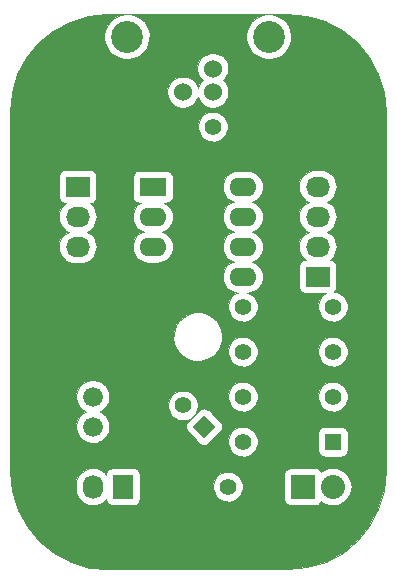
<source format=gbr>
G04 #@! TF.FileFunction,Copper,L2,Bot,Signal*
%FSLAX46Y46*%
G04 Gerber Fmt 4.6, Leading zero omitted, Abs format (unit mm)*
G04 Created by KiCad (PCBNEW (2015-02-23 BZR 5449)-product) date Venerdì 13 Marzo 2015 10:16:28*
%MOMM*%
G01*
G04 APERTURE LIST*
%ADD10C,0.020000*%
%ADD11C,1.397000*%
%ADD12C,1.524000*%
%ADD13C,2.700020*%
%ADD14R,2.032000X2.032000*%
%ADD15O,2.032000X2.032000*%
%ADD16R,1.397000X1.397000*%
%ADD17R,2.286000X1.574800*%
%ADD18O,2.286000X1.574800*%
%ADD19C,1.676400*%
%ADD20R,2.032000X1.727200*%
%ADD21O,2.032000X1.727200*%
%ADD22R,1.727200X2.032000*%
%ADD23O,1.727200X2.032000*%
%ADD24C,0.100000*%
G04 APERTURE END LIST*
D10*
D11*
X195580000Y-48260000D03*
X193040000Y-48260000D03*
D12*
X193040000Y-45339000D03*
X195580000Y-45339000D03*
X195580000Y-43340020D03*
X193040000Y-43340020D03*
D13*
X188310520Y-40640000D03*
X200309480Y-40640000D03*
D11*
X196850000Y-78740000D03*
X194310000Y-78740000D03*
D14*
X203200000Y-78740000D03*
D15*
X205740000Y-78740000D03*
D11*
X205740000Y-63500000D03*
X198120000Y-63500000D03*
D16*
X205740000Y-74930000D03*
D11*
X198120000Y-74930000D03*
D17*
X190500000Y-53340000D03*
D18*
X190500000Y-55880000D03*
X190500000Y-58420000D03*
X190500000Y-60960000D03*
X198120000Y-60960000D03*
X198120000Y-58420000D03*
X198120000Y-55880000D03*
X198120000Y-53340000D03*
D19*
X185420000Y-71120000D03*
X185420000Y-73660000D03*
D20*
X184150000Y-53340000D03*
D21*
X184150000Y-55880000D03*
X184150000Y-58420000D03*
X184150000Y-60960000D03*
D20*
X204470000Y-60960000D03*
D21*
X204470000Y-58420000D03*
X204470000Y-55880000D03*
X204470000Y-53340000D03*
D22*
X187960000Y-78740000D03*
D23*
X185420000Y-78740000D03*
X182880000Y-78740000D03*
D10*
G36*
X193848223Y-73660000D02*
X194836051Y-72672172D01*
X195823879Y-73660000D01*
X194836051Y-74647828D01*
X193848223Y-73660000D01*
X193848223Y-73660000D01*
G37*
D11*
X193040000Y-71863949D03*
X191243949Y-73660000D03*
X205740000Y-67310000D03*
X198120000Y-67310000D03*
X198120000Y-71120000D03*
X205740000Y-71120000D03*
D24*
G36*
X210212000Y-77440265D02*
X210051410Y-79078081D01*
X209584395Y-80624912D01*
X208825825Y-82051575D01*
X207804596Y-83303725D01*
X207321578Y-83703312D01*
X207321578Y-78750989D01*
X207293736Y-78445062D01*
X207207003Y-78150369D01*
X207064683Y-77878135D01*
X206999200Y-77796690D01*
X206999200Y-75628500D01*
X206999200Y-74231500D01*
X206996554Y-74198947D01*
X206996554Y-70996794D01*
X206996554Y-67186794D01*
X206996554Y-63376794D01*
X206948692Y-63135074D01*
X206854792Y-62907255D01*
X206718429Y-62702012D01*
X206544799Y-62527165D01*
X206340514Y-62389373D01*
X206113355Y-62293885D01*
X205871976Y-62244337D01*
X205856303Y-62244227D01*
X205858088Y-62243046D01*
X205960029Y-62123068D01*
X206024597Y-61979479D01*
X206046700Y-61823600D01*
X206046700Y-60096400D01*
X206039340Y-60005852D01*
X205992354Y-59855589D01*
X205905446Y-59724312D01*
X205785468Y-59622371D01*
X205641879Y-59557803D01*
X205498404Y-59537458D01*
X205631724Y-59428726D01*
X205808576Y-59214949D01*
X205940537Y-58970892D01*
X206022580Y-58705852D01*
X206051581Y-58429925D01*
X206026436Y-58153619D01*
X205948101Y-57887459D01*
X205819560Y-57641584D01*
X205645710Y-57425359D01*
X205433173Y-57247019D01*
X205255925Y-57149575D01*
X205416717Y-57064081D01*
X205631724Y-56888726D01*
X205808576Y-56674949D01*
X205940537Y-56430892D01*
X206022580Y-56165852D01*
X206051581Y-55889925D01*
X206026436Y-55613619D01*
X205948101Y-55347459D01*
X205819560Y-55101584D01*
X205645710Y-54885359D01*
X205433173Y-54707019D01*
X205255925Y-54609575D01*
X205416717Y-54524081D01*
X205631724Y-54348726D01*
X205808576Y-54134949D01*
X205940537Y-53890892D01*
X206022580Y-53625852D01*
X206051581Y-53349925D01*
X206026436Y-53073619D01*
X205948101Y-52807459D01*
X205819560Y-52561584D01*
X205645710Y-52345359D01*
X205433173Y-52167019D01*
X205190044Y-52033357D01*
X204925583Y-51949465D01*
X204649865Y-51918539D01*
X204630016Y-51918400D01*
X204309984Y-51918400D01*
X204033860Y-51945474D01*
X203768254Y-52025665D01*
X203523283Y-52155919D01*
X203308276Y-52331274D01*
X203131424Y-52545051D01*
X202999463Y-52789108D01*
X202917420Y-53054148D01*
X202888419Y-53330075D01*
X202913564Y-53606381D01*
X202991899Y-53872541D01*
X203120440Y-54118416D01*
X203294290Y-54334641D01*
X203506827Y-54512981D01*
X203684074Y-54610424D01*
X203523283Y-54695919D01*
X203308276Y-54871274D01*
X203131424Y-55085051D01*
X202999463Y-55329108D01*
X202917420Y-55594148D01*
X202888419Y-55870075D01*
X202913564Y-56146381D01*
X202991899Y-56412541D01*
X203120440Y-56658416D01*
X203294290Y-56874641D01*
X203506827Y-57052981D01*
X203684074Y-57150424D01*
X203523283Y-57235919D01*
X203308276Y-57411274D01*
X203131424Y-57625051D01*
X202999463Y-57869108D01*
X202917420Y-58134148D01*
X202888419Y-58410075D01*
X202913564Y-58686381D01*
X202991899Y-58952541D01*
X203120440Y-59198416D01*
X203294290Y-59414641D01*
X203439925Y-59536844D01*
X203363452Y-59543060D01*
X203213189Y-59590046D01*
X203081912Y-59676954D01*
X202979971Y-59796932D01*
X202915403Y-59940521D01*
X202893300Y-60096400D01*
X202893300Y-61823600D01*
X202900660Y-61914148D01*
X202947646Y-62064411D01*
X203034554Y-62195688D01*
X203154532Y-62297629D01*
X203298121Y-62362197D01*
X203454000Y-62384300D01*
X205150157Y-62384300D01*
X204948863Y-62516023D01*
X204772808Y-62688429D01*
X204633593Y-62891747D01*
X204536521Y-63118234D01*
X204485289Y-63359262D01*
X204481848Y-63605650D01*
X204526330Y-63848014D01*
X204617041Y-64077123D01*
X204750524Y-64284249D01*
X204921697Y-64461503D01*
X205124038Y-64602134D01*
X205349841Y-64700785D01*
X205590506Y-64753698D01*
X205836864Y-64758859D01*
X206079533Y-64716070D01*
X206309269Y-64626961D01*
X206517322Y-64494927D01*
X206695767Y-64324996D01*
X206837807Y-64123641D01*
X206938032Y-63898532D01*
X206992624Y-63658243D01*
X206996554Y-63376794D01*
X206996554Y-67186794D01*
X206948692Y-66945074D01*
X206854792Y-66717255D01*
X206718429Y-66512012D01*
X206544799Y-66337165D01*
X206340514Y-66199373D01*
X206113355Y-66103885D01*
X205871976Y-66054337D01*
X205625569Y-66052616D01*
X205383521Y-66098789D01*
X205155052Y-66191097D01*
X204948863Y-66326023D01*
X204772808Y-66498429D01*
X204633593Y-66701747D01*
X204536521Y-66928234D01*
X204485289Y-67169262D01*
X204481848Y-67415650D01*
X204526330Y-67658014D01*
X204617041Y-67887123D01*
X204750524Y-68094249D01*
X204921697Y-68271503D01*
X205124038Y-68412134D01*
X205349841Y-68510785D01*
X205590506Y-68563698D01*
X205836864Y-68568859D01*
X206079533Y-68526070D01*
X206309269Y-68436961D01*
X206517322Y-68304927D01*
X206695767Y-68134996D01*
X206837807Y-67933641D01*
X206938032Y-67708532D01*
X206992624Y-67468243D01*
X206996554Y-67186794D01*
X206996554Y-70996794D01*
X206948692Y-70755074D01*
X206854792Y-70527255D01*
X206718429Y-70322012D01*
X206544799Y-70147165D01*
X206340514Y-70009373D01*
X206113355Y-69913885D01*
X205871976Y-69864337D01*
X205625569Y-69862616D01*
X205383521Y-69908789D01*
X205155052Y-70001097D01*
X204948863Y-70136023D01*
X204772808Y-70308429D01*
X204633593Y-70511747D01*
X204536521Y-70738234D01*
X204485289Y-70979262D01*
X204481848Y-71225650D01*
X204526330Y-71468014D01*
X204617041Y-71697123D01*
X204750524Y-71904249D01*
X204921697Y-72081503D01*
X205124038Y-72222134D01*
X205349841Y-72320785D01*
X205590506Y-72373698D01*
X205836864Y-72378859D01*
X206079533Y-72336070D01*
X206309269Y-72246961D01*
X206517322Y-72114927D01*
X206695767Y-71944996D01*
X206837807Y-71743641D01*
X206938032Y-71518532D01*
X206992624Y-71278243D01*
X206996554Y-70996794D01*
X206996554Y-74198947D01*
X206991840Y-74140952D01*
X206944854Y-73990689D01*
X206857946Y-73859412D01*
X206737968Y-73757471D01*
X206594379Y-73692903D01*
X206438500Y-73670800D01*
X205041500Y-73670800D01*
X204950952Y-73678160D01*
X204800689Y-73725146D01*
X204669412Y-73812054D01*
X204567471Y-73932032D01*
X204502903Y-74075621D01*
X204480800Y-74231500D01*
X204480800Y-75628500D01*
X204488160Y-75719048D01*
X204535146Y-75869311D01*
X204622054Y-76000588D01*
X204742032Y-76102529D01*
X204885621Y-76167097D01*
X205041500Y-76189200D01*
X206438500Y-76189200D01*
X206529048Y-76181840D01*
X206679311Y-76134854D01*
X206810588Y-76047946D01*
X206912529Y-75927968D01*
X206977097Y-75784379D01*
X206999200Y-75628500D01*
X206999200Y-77796690D01*
X206872196Y-77638730D01*
X206636874Y-77441271D01*
X206367681Y-77293281D01*
X206074869Y-77200396D01*
X205769592Y-77166153D01*
X205747616Y-77166000D01*
X205732384Y-77166000D01*
X205426659Y-77195977D01*
X205132579Y-77284765D01*
X204861346Y-77428982D01*
X204737091Y-77530321D01*
X204722354Y-77483189D01*
X204635446Y-77351912D01*
X204515468Y-77249971D01*
X204371879Y-77185403D01*
X204216000Y-77163300D01*
X202217572Y-77163300D01*
X202217572Y-40452910D01*
X202144893Y-40085856D01*
X202002304Y-39739909D01*
X201795236Y-39428247D01*
X201531576Y-39162740D01*
X201221367Y-38953501D01*
X200876424Y-38808500D01*
X200509886Y-38733261D01*
X200135715Y-38730649D01*
X199768163Y-38800763D01*
X199421229Y-38940933D01*
X199108129Y-39145821D01*
X198840787Y-39407621D01*
X198629388Y-39716362D01*
X198481983Y-40060284D01*
X198404186Y-40426287D01*
X198398962Y-40800431D01*
X198466509Y-41168464D01*
X198604254Y-41516367D01*
X198806950Y-41830891D01*
X199066877Y-42100053D01*
X199374135Y-42313603D01*
X199717020Y-42463405D01*
X200082471Y-42543755D01*
X200456569Y-42551591D01*
X200825064Y-42486616D01*
X201173921Y-42351303D01*
X201489852Y-42150807D01*
X201760823Y-41892765D01*
X201976512Y-41587006D01*
X202128705Y-41245176D01*
X202211604Y-40880294D01*
X202217572Y-40452910D01*
X202217572Y-77163300D01*
X202184000Y-77163300D01*
X202093452Y-77170660D01*
X201943189Y-77217646D01*
X201811912Y-77304554D01*
X201709971Y-77424532D01*
X201645403Y-77568121D01*
X201623300Y-77724000D01*
X201623300Y-79756000D01*
X201630660Y-79846548D01*
X201677646Y-79996811D01*
X201764554Y-80128088D01*
X201884532Y-80230029D01*
X202028121Y-80294597D01*
X202184000Y-80316700D01*
X204216000Y-80316700D01*
X204306548Y-80309340D01*
X204456811Y-80262354D01*
X204588088Y-80175446D01*
X204690029Y-80055468D01*
X204737435Y-79950043D01*
X204843126Y-80038729D01*
X205112319Y-80186719D01*
X205405131Y-80279604D01*
X205710408Y-80313847D01*
X205732384Y-80314000D01*
X205747616Y-80314000D01*
X206053341Y-80284023D01*
X206347421Y-80195235D01*
X206618654Y-80051018D01*
X206856710Y-79856864D01*
X207052521Y-79620170D01*
X207198629Y-79349950D01*
X207289467Y-79056497D01*
X207321578Y-78750989D01*
X207321578Y-83703312D01*
X206559604Y-84333672D01*
X205138276Y-85102181D01*
X203594740Y-85579986D01*
X201959139Y-85751894D01*
X201929018Y-85752000D01*
X199829197Y-85752000D01*
X199829197Y-60969393D01*
X199805399Y-60707897D01*
X199731263Y-60456004D01*
X199609613Y-60223308D01*
X199445082Y-60018673D01*
X199243937Y-59849892D01*
X199013839Y-59723395D01*
X198909275Y-59690225D01*
X198996522Y-59663884D01*
X199228363Y-59540612D01*
X199431845Y-59374656D01*
X199599217Y-59172338D01*
X199724105Y-58941363D01*
X199801751Y-58690530D01*
X199829197Y-58429393D01*
X199805399Y-58167897D01*
X199731263Y-57916004D01*
X199609613Y-57683308D01*
X199445082Y-57478673D01*
X199243937Y-57309892D01*
X199013839Y-57183395D01*
X198909275Y-57150225D01*
X198996522Y-57123884D01*
X199228363Y-57000612D01*
X199431845Y-56834656D01*
X199599217Y-56632338D01*
X199724105Y-56401363D01*
X199801751Y-56150530D01*
X199829197Y-55889393D01*
X199805399Y-55627897D01*
X199731263Y-55376004D01*
X199609613Y-55143308D01*
X199445082Y-54938673D01*
X199243937Y-54769892D01*
X199013839Y-54643395D01*
X198909275Y-54610225D01*
X198996522Y-54583884D01*
X199228363Y-54460612D01*
X199431845Y-54294656D01*
X199599217Y-54092338D01*
X199724105Y-53861363D01*
X199801751Y-53610530D01*
X199829197Y-53349393D01*
X199805399Y-53087897D01*
X199731263Y-52836004D01*
X199609613Y-52603308D01*
X199445082Y-52398673D01*
X199243937Y-52229892D01*
X199013839Y-52103395D01*
X198763554Y-52024000D01*
X198502615Y-51994731D01*
X198483830Y-51994600D01*
X197756170Y-51994600D01*
X197494847Y-52020223D01*
X197243478Y-52096116D01*
X197011637Y-52219388D01*
X196900057Y-52310390D01*
X196900057Y-45209567D01*
X196849776Y-44955632D01*
X196751130Y-44716299D01*
X196607876Y-44500685D01*
X196446262Y-44337938D01*
X196584068Y-44206709D01*
X196733287Y-43995178D01*
X196838577Y-43758693D01*
X196895928Y-43506260D01*
X196900057Y-43210587D01*
X196849776Y-42956652D01*
X196751130Y-42717319D01*
X196607876Y-42501705D01*
X196425471Y-42318021D01*
X196210862Y-42173266D01*
X195972223Y-42072951D01*
X195718645Y-42020899D01*
X195459786Y-42019092D01*
X195205506Y-42067598D01*
X194965490Y-42164571D01*
X194748881Y-42306316D01*
X194563929Y-42487435D01*
X194417678Y-42701028D01*
X194315700Y-42938961D01*
X194261879Y-43192169D01*
X194258265Y-43451009D01*
X194304995Y-43705622D01*
X194400290Y-43946309D01*
X194540519Y-44163902D01*
X194711968Y-44341443D01*
X194563929Y-44486415D01*
X194417678Y-44700008D01*
X194315700Y-44937941D01*
X194310819Y-44960901D01*
X194309776Y-44955632D01*
X194211130Y-44716299D01*
X194067876Y-44500685D01*
X193885471Y-44317001D01*
X193670862Y-44172246D01*
X193432223Y-44071931D01*
X193178645Y-44019879D01*
X192919786Y-44018072D01*
X192665506Y-44066578D01*
X192425490Y-44163551D01*
X192208881Y-44305296D01*
X192023929Y-44486415D01*
X191877678Y-44700008D01*
X191775700Y-44937941D01*
X191721879Y-45191149D01*
X191718265Y-45449989D01*
X191764995Y-45704602D01*
X191860290Y-45945289D01*
X192000519Y-46162882D01*
X192180342Y-46349095D01*
X192392909Y-46496832D01*
X192630124Y-46600469D01*
X192882951Y-46656057D01*
X193141759Y-46661478D01*
X193396692Y-46616526D01*
X193638038Y-46522914D01*
X193856605Y-46384207D01*
X194044068Y-46205689D01*
X194193287Y-45994158D01*
X194298577Y-45757673D01*
X194308578Y-45713652D01*
X194400290Y-45945289D01*
X194540519Y-46162882D01*
X194720342Y-46349095D01*
X194932909Y-46496832D01*
X195170124Y-46600469D01*
X195422951Y-46656057D01*
X195681759Y-46661478D01*
X195936692Y-46616526D01*
X196178038Y-46522914D01*
X196396605Y-46384207D01*
X196584068Y-46205689D01*
X196733287Y-45994158D01*
X196838577Y-45757673D01*
X196895928Y-45505240D01*
X196900057Y-45209567D01*
X196900057Y-52310390D01*
X196836554Y-52362182D01*
X196836554Y-48136794D01*
X196788692Y-47895074D01*
X196694792Y-47667255D01*
X196558429Y-47462012D01*
X196384799Y-47287165D01*
X196180514Y-47149373D01*
X195953355Y-47053885D01*
X195711976Y-47004337D01*
X195465569Y-47002616D01*
X195223521Y-47048789D01*
X194995052Y-47141097D01*
X194788863Y-47276023D01*
X194612808Y-47448429D01*
X194473593Y-47651747D01*
X194376521Y-47878234D01*
X194325289Y-48119262D01*
X194321848Y-48365650D01*
X194366330Y-48608014D01*
X194457041Y-48837123D01*
X194590524Y-49044249D01*
X194761697Y-49221503D01*
X194964038Y-49362134D01*
X195189841Y-49460785D01*
X195430506Y-49513698D01*
X195676864Y-49518859D01*
X195919533Y-49476070D01*
X196149269Y-49386961D01*
X196357322Y-49254927D01*
X196535767Y-49084996D01*
X196677807Y-48883641D01*
X196778032Y-48658532D01*
X196832624Y-48418243D01*
X196836554Y-48136794D01*
X196836554Y-52362182D01*
X196808155Y-52385344D01*
X196640783Y-52587662D01*
X196515895Y-52818637D01*
X196438249Y-53069470D01*
X196410803Y-53330607D01*
X196434601Y-53592103D01*
X196508737Y-53843996D01*
X196630387Y-54076692D01*
X196794918Y-54281327D01*
X196996063Y-54450108D01*
X197226161Y-54576605D01*
X197330724Y-54609774D01*
X197243478Y-54636116D01*
X197011637Y-54759388D01*
X196808155Y-54925344D01*
X196640783Y-55127662D01*
X196515895Y-55358637D01*
X196438249Y-55609470D01*
X196410803Y-55870607D01*
X196434601Y-56132103D01*
X196508737Y-56383996D01*
X196630387Y-56616692D01*
X196794918Y-56821327D01*
X196996063Y-56990108D01*
X197226161Y-57116605D01*
X197330724Y-57149774D01*
X197243478Y-57176116D01*
X197011637Y-57299388D01*
X196808155Y-57465344D01*
X196640783Y-57667662D01*
X196515895Y-57898637D01*
X196438249Y-58149470D01*
X196410803Y-58410607D01*
X196434601Y-58672103D01*
X196508737Y-58923996D01*
X196630387Y-59156692D01*
X196794918Y-59361327D01*
X196996063Y-59530108D01*
X197226161Y-59656605D01*
X197330724Y-59689774D01*
X197243478Y-59716116D01*
X197011637Y-59839388D01*
X196808155Y-60005344D01*
X196640783Y-60207662D01*
X196515895Y-60438637D01*
X196438249Y-60689470D01*
X196410803Y-60950607D01*
X196434601Y-61212103D01*
X196508737Y-61463996D01*
X196630387Y-61696692D01*
X196794918Y-61901327D01*
X196996063Y-62070108D01*
X197226161Y-62196605D01*
X197476446Y-62276000D01*
X197725915Y-62303982D01*
X197535052Y-62381097D01*
X197328863Y-62516023D01*
X197152808Y-62688429D01*
X197013593Y-62891747D01*
X196916521Y-63118234D01*
X196865289Y-63359262D01*
X196861848Y-63605650D01*
X196906330Y-63848014D01*
X196997041Y-64077123D01*
X197130524Y-64284249D01*
X197301697Y-64461503D01*
X197504038Y-64602134D01*
X197729841Y-64700785D01*
X197970506Y-64753698D01*
X198216864Y-64758859D01*
X198459533Y-64716070D01*
X198689269Y-64626961D01*
X198897322Y-64494927D01*
X199075767Y-64324996D01*
X199217807Y-64123641D01*
X199318032Y-63898532D01*
X199372624Y-63658243D01*
X199376554Y-63376794D01*
X199328692Y-63135074D01*
X199234792Y-62907255D01*
X199098429Y-62702012D01*
X198924799Y-62527165D01*
X198720514Y-62389373D01*
X198513765Y-62302464D01*
X198745153Y-62279777D01*
X198996522Y-62203884D01*
X199228363Y-62080612D01*
X199431845Y-61914656D01*
X199599217Y-61712338D01*
X199724105Y-61481363D01*
X199801751Y-61230530D01*
X199829197Y-60969393D01*
X199829197Y-85752000D01*
X199376554Y-85752000D01*
X199376554Y-74806794D01*
X199376554Y-70996794D01*
X199376554Y-67186794D01*
X199328692Y-66945074D01*
X199234792Y-66717255D01*
X199098429Y-66512012D01*
X198924799Y-66337165D01*
X198720514Y-66199373D01*
X198493355Y-66103885D01*
X198251976Y-66054337D01*
X198005569Y-66052616D01*
X197763521Y-66098789D01*
X197535052Y-66191097D01*
X197328863Y-66326023D01*
X197152808Y-66498429D01*
X197013593Y-66701747D01*
X196916521Y-66928234D01*
X196865289Y-67169262D01*
X196861848Y-67415650D01*
X196906330Y-67658014D01*
X196997041Y-67887123D01*
X197130524Y-68094249D01*
X197301697Y-68271503D01*
X197504038Y-68412134D01*
X197729841Y-68510785D01*
X197970506Y-68563698D01*
X198216864Y-68568859D01*
X198459533Y-68526070D01*
X198689269Y-68436961D01*
X198897322Y-68304927D01*
X199075767Y-68134996D01*
X199217807Y-67933641D01*
X199318032Y-67708532D01*
X199372624Y-67468243D01*
X199376554Y-67186794D01*
X199376554Y-70996794D01*
X199328692Y-70755074D01*
X199234792Y-70527255D01*
X199098429Y-70322012D01*
X198924799Y-70147165D01*
X198720514Y-70009373D01*
X198493355Y-69913885D01*
X198251976Y-69864337D01*
X198005569Y-69862616D01*
X197763521Y-69908789D01*
X197535052Y-70001097D01*
X197328863Y-70136023D01*
X197152808Y-70308429D01*
X197013593Y-70511747D01*
X196916521Y-70738234D01*
X196865289Y-70979262D01*
X196861848Y-71225650D01*
X196906330Y-71468014D01*
X196997041Y-71697123D01*
X197130524Y-71904249D01*
X197301697Y-72081503D01*
X197504038Y-72222134D01*
X197729841Y-72320785D01*
X197970506Y-72373698D01*
X198216864Y-72378859D01*
X198459533Y-72336070D01*
X198689269Y-72246961D01*
X198897322Y-72114927D01*
X199075767Y-71944996D01*
X199217807Y-71743641D01*
X199318032Y-71518532D01*
X199372624Y-71278243D01*
X199376554Y-70996794D01*
X199376554Y-74806794D01*
X199328692Y-74565074D01*
X199234792Y-74337255D01*
X199098429Y-74132012D01*
X198924799Y-73957165D01*
X198720514Y-73819373D01*
X198493355Y-73723885D01*
X198251976Y-73674337D01*
X198005569Y-73672616D01*
X197763521Y-73718789D01*
X197535052Y-73811097D01*
X197328863Y-73946023D01*
X197152808Y-74118429D01*
X197013593Y-74321747D01*
X196916521Y-74548234D01*
X196865289Y-74789262D01*
X196861848Y-75035650D01*
X196906330Y-75278014D01*
X196997041Y-75507123D01*
X197130524Y-75714249D01*
X197301697Y-75891503D01*
X197504038Y-76032134D01*
X197729841Y-76130785D01*
X197970506Y-76183698D01*
X198216864Y-76188859D01*
X198459533Y-76146070D01*
X198689269Y-76056961D01*
X198897322Y-75924927D01*
X199075767Y-75754996D01*
X199217807Y-75553641D01*
X199318032Y-75328532D01*
X199372624Y-75088243D01*
X199376554Y-74806794D01*
X199376554Y-85752000D01*
X198106554Y-85752000D01*
X198106554Y-78616794D01*
X198058692Y-78375074D01*
X197964792Y-78147255D01*
X197828429Y-77942012D01*
X197654799Y-77767165D01*
X197450514Y-77629373D01*
X197223355Y-77533885D01*
X196981976Y-77484337D01*
X196735569Y-77482616D01*
X196493521Y-77528789D01*
X196383578Y-77573209D01*
X196383578Y-73693487D01*
X196370824Y-73536566D01*
X196367958Y-73529016D01*
X196367958Y-65838215D01*
X196289571Y-65442332D01*
X196135783Y-65069214D01*
X195912451Y-64733073D01*
X195628083Y-64446712D01*
X195293509Y-64221039D01*
X194921473Y-64064650D01*
X194526147Y-63983501D01*
X194122588Y-63980683D01*
X193726167Y-64056305D01*
X193351984Y-64207484D01*
X193014292Y-64428464D01*
X192725953Y-64710826D01*
X192497949Y-65043817D01*
X192338967Y-65414751D01*
X192255060Y-65809502D01*
X192249425Y-66213031D01*
X192322277Y-66609970D01*
X192470841Y-66985199D01*
X192689458Y-67324426D01*
X192969800Y-67614729D01*
X193301191Y-67845052D01*
X193671006Y-68006620D01*
X194065161Y-68093281D01*
X194468642Y-68101733D01*
X194866080Y-68031654D01*
X195242337Y-67885713D01*
X195583081Y-67669470D01*
X195875335Y-67391161D01*
X196107965Y-67061386D01*
X196272111Y-66692708D01*
X196361522Y-66299167D01*
X196367958Y-65838215D01*
X196367958Y-73529016D01*
X196314947Y-73389378D01*
X196220354Y-73263525D01*
X195232526Y-72275697D01*
X195163295Y-72216874D01*
X195023818Y-72143846D01*
X194869538Y-72112473D01*
X194712617Y-72125227D01*
X194565429Y-72181104D01*
X194439576Y-72275697D01*
X194296554Y-72418719D01*
X194296554Y-71740743D01*
X194248692Y-71499023D01*
X194154792Y-71271204D01*
X194018429Y-71065961D01*
X193844799Y-70891114D01*
X193640514Y-70753322D01*
X193413355Y-70657834D01*
X193171976Y-70608286D01*
X192925569Y-70606565D01*
X192683521Y-70652738D01*
X192455052Y-70745046D01*
X192248863Y-70879972D01*
X192209197Y-70918815D01*
X192209197Y-58429393D01*
X192185399Y-58167897D01*
X192111263Y-57916004D01*
X191989613Y-57683308D01*
X191825082Y-57478673D01*
X191623937Y-57309892D01*
X191393839Y-57183395D01*
X191289275Y-57150225D01*
X191376522Y-57123884D01*
X191608363Y-57000612D01*
X191811845Y-56834656D01*
X191979217Y-56632338D01*
X192104105Y-56401363D01*
X192181751Y-56150530D01*
X192209197Y-55889393D01*
X192185399Y-55627897D01*
X192111263Y-55376004D01*
X191989613Y-55143308D01*
X191825082Y-54938673D01*
X191623937Y-54769892D01*
X191475157Y-54688100D01*
X191643000Y-54688100D01*
X191733548Y-54680740D01*
X191883811Y-54633754D01*
X192015088Y-54546846D01*
X192117029Y-54426868D01*
X192181597Y-54283279D01*
X192203700Y-54127400D01*
X192203700Y-52552600D01*
X192196340Y-52462052D01*
X192149354Y-52311789D01*
X192062446Y-52180512D01*
X191942468Y-52078571D01*
X191798879Y-52014003D01*
X191643000Y-51991900D01*
X190218612Y-51991900D01*
X190218612Y-40452910D01*
X190145933Y-40085856D01*
X190003344Y-39739909D01*
X189796276Y-39428247D01*
X189532616Y-39162740D01*
X189222407Y-38953501D01*
X188877464Y-38808500D01*
X188510926Y-38733261D01*
X188136755Y-38730649D01*
X187769203Y-38800763D01*
X187422269Y-38940933D01*
X187109169Y-39145821D01*
X186841827Y-39407621D01*
X186630428Y-39716362D01*
X186483023Y-40060284D01*
X186405226Y-40426287D01*
X186400002Y-40800431D01*
X186467549Y-41168464D01*
X186605294Y-41516367D01*
X186807990Y-41830891D01*
X187067917Y-42100053D01*
X187375175Y-42313603D01*
X187718060Y-42463405D01*
X188083511Y-42543755D01*
X188457609Y-42551591D01*
X188826104Y-42486616D01*
X189174961Y-42351303D01*
X189490892Y-42150807D01*
X189761863Y-41892765D01*
X189977552Y-41587006D01*
X190129745Y-41245176D01*
X190212644Y-40880294D01*
X190218612Y-40452910D01*
X190218612Y-51991900D01*
X189357000Y-51991900D01*
X189266452Y-51999260D01*
X189116189Y-52046246D01*
X188984912Y-52133154D01*
X188882971Y-52253132D01*
X188818403Y-52396721D01*
X188796300Y-52552600D01*
X188796300Y-54127400D01*
X188803660Y-54217948D01*
X188850646Y-54368211D01*
X188937554Y-54499488D01*
X189057532Y-54601429D01*
X189201121Y-54665997D01*
X189357000Y-54688100D01*
X189525710Y-54688100D01*
X189391637Y-54759388D01*
X189188155Y-54925344D01*
X189020783Y-55127662D01*
X188895895Y-55358637D01*
X188818249Y-55609470D01*
X188790803Y-55870607D01*
X188814601Y-56132103D01*
X188888737Y-56383996D01*
X189010387Y-56616692D01*
X189174918Y-56821327D01*
X189376063Y-56990108D01*
X189606161Y-57116605D01*
X189710724Y-57149774D01*
X189623478Y-57176116D01*
X189391637Y-57299388D01*
X189188155Y-57465344D01*
X189020783Y-57667662D01*
X188895895Y-57898637D01*
X188818249Y-58149470D01*
X188790803Y-58410607D01*
X188814601Y-58672103D01*
X188888737Y-58923996D01*
X189010387Y-59156692D01*
X189174918Y-59361327D01*
X189376063Y-59530108D01*
X189606161Y-59656605D01*
X189856446Y-59736000D01*
X190117385Y-59765269D01*
X190136170Y-59765400D01*
X190863830Y-59765400D01*
X191125153Y-59739777D01*
X191376522Y-59663884D01*
X191608363Y-59540612D01*
X191811845Y-59374656D01*
X191979217Y-59172338D01*
X192104105Y-58941363D01*
X192181751Y-58690530D01*
X192209197Y-58429393D01*
X192209197Y-70918815D01*
X192072808Y-71052378D01*
X191933593Y-71255696D01*
X191836521Y-71482183D01*
X191785289Y-71723211D01*
X191781848Y-71969599D01*
X191826330Y-72211963D01*
X191917041Y-72441072D01*
X192050524Y-72648198D01*
X192221697Y-72825452D01*
X192424038Y-72966083D01*
X192649841Y-73064734D01*
X192890506Y-73117647D01*
X193136864Y-73122808D01*
X193379533Y-73080019D01*
X193609269Y-72990910D01*
X193817322Y-72858876D01*
X193995767Y-72688945D01*
X194137807Y-72487590D01*
X194238032Y-72262481D01*
X194292624Y-72022192D01*
X194296554Y-71740743D01*
X194296554Y-72418719D01*
X193451748Y-73263525D01*
X193392925Y-73332756D01*
X193319897Y-73472233D01*
X193288524Y-73626513D01*
X193301278Y-73783434D01*
X193357155Y-73930622D01*
X193451748Y-74056475D01*
X194439576Y-75044303D01*
X194508807Y-75103126D01*
X194648284Y-75176154D01*
X194802564Y-75207527D01*
X194959485Y-75194773D01*
X195106673Y-75138896D01*
X195232526Y-75044303D01*
X196220354Y-74056475D01*
X196279177Y-73987244D01*
X196352205Y-73847767D01*
X196383578Y-73693487D01*
X196383578Y-77573209D01*
X196265052Y-77621097D01*
X196058863Y-77756023D01*
X195882808Y-77928429D01*
X195743593Y-78131747D01*
X195646521Y-78358234D01*
X195595289Y-78599262D01*
X195591848Y-78845650D01*
X195636330Y-79088014D01*
X195727041Y-79317123D01*
X195860524Y-79524249D01*
X196031697Y-79701503D01*
X196234038Y-79842134D01*
X196459841Y-79940785D01*
X196700506Y-79993698D01*
X196946864Y-79998859D01*
X197189533Y-79956070D01*
X197419269Y-79866961D01*
X197627322Y-79734927D01*
X197805767Y-79564996D01*
X197947807Y-79363641D01*
X198048032Y-79138532D01*
X198102624Y-78898243D01*
X198106554Y-78616794D01*
X198106554Y-85752000D01*
X189384300Y-85752000D01*
X189384300Y-79756000D01*
X189384300Y-77724000D01*
X189376940Y-77633452D01*
X189329954Y-77483189D01*
X189243046Y-77351912D01*
X189123068Y-77249971D01*
X188979479Y-77185403D01*
X188823600Y-77163300D01*
X187096400Y-77163300D01*
X187005852Y-77170660D01*
X186855589Y-77217646D01*
X186816260Y-77243682D01*
X186816260Y-73523095D01*
X186763077Y-73254501D01*
X186658737Y-73001352D01*
X186507213Y-72773291D01*
X186314278Y-72579004D01*
X186087280Y-72425892D01*
X186004260Y-72390993D01*
X186052561Y-72372259D01*
X186283746Y-72225544D01*
X186482031Y-72036720D01*
X186639863Y-71812979D01*
X186751231Y-71562842D01*
X186811893Y-71295837D01*
X186816260Y-70983095D01*
X186763077Y-70714501D01*
X186658737Y-70461352D01*
X186507213Y-70233291D01*
X186314278Y-70039004D01*
X186087280Y-69885892D01*
X185834865Y-69779786D01*
X185731581Y-69758585D01*
X185731581Y-58429925D01*
X185706436Y-58153619D01*
X185628101Y-57887459D01*
X185499560Y-57641584D01*
X185325710Y-57425359D01*
X185113173Y-57247019D01*
X184935925Y-57149575D01*
X185096717Y-57064081D01*
X185311724Y-56888726D01*
X185488576Y-56674949D01*
X185620537Y-56430892D01*
X185702580Y-56165852D01*
X185731581Y-55889925D01*
X185706436Y-55613619D01*
X185628101Y-55347459D01*
X185499560Y-55101584D01*
X185325710Y-54885359D01*
X185180074Y-54763155D01*
X185256548Y-54756940D01*
X185406811Y-54709954D01*
X185538088Y-54623046D01*
X185640029Y-54503068D01*
X185704597Y-54359479D01*
X185726700Y-54203600D01*
X185726700Y-52476400D01*
X185719340Y-52385852D01*
X185672354Y-52235589D01*
X185585446Y-52104312D01*
X185465468Y-52002371D01*
X185321879Y-51937803D01*
X185166000Y-51915700D01*
X183134000Y-51915700D01*
X183043452Y-51923060D01*
X182893189Y-51970046D01*
X182761912Y-52056954D01*
X182659971Y-52176932D01*
X182595403Y-52320521D01*
X182573300Y-52476400D01*
X182573300Y-54203600D01*
X182580660Y-54294148D01*
X182627646Y-54444411D01*
X182714554Y-54575688D01*
X182834532Y-54677629D01*
X182978121Y-54742197D01*
X183121595Y-54762541D01*
X182988276Y-54871274D01*
X182811424Y-55085051D01*
X182679463Y-55329108D01*
X182597420Y-55594148D01*
X182568419Y-55870075D01*
X182593564Y-56146381D01*
X182671899Y-56412541D01*
X182800440Y-56658416D01*
X182974290Y-56874641D01*
X183186827Y-57052981D01*
X183364074Y-57150424D01*
X183203283Y-57235919D01*
X182988276Y-57411274D01*
X182811424Y-57625051D01*
X182679463Y-57869108D01*
X182597420Y-58134148D01*
X182568419Y-58410075D01*
X182593564Y-58686381D01*
X182671899Y-58952541D01*
X182800440Y-59198416D01*
X182974290Y-59414641D01*
X183186827Y-59592981D01*
X183429956Y-59726643D01*
X183694417Y-59810535D01*
X183970135Y-59841461D01*
X183989984Y-59841600D01*
X184310016Y-59841600D01*
X184586140Y-59814526D01*
X184851746Y-59734335D01*
X185096717Y-59604081D01*
X185311724Y-59428726D01*
X185488576Y-59214949D01*
X185620537Y-58970892D01*
X185702580Y-58705852D01*
X185731581Y-58429925D01*
X185731581Y-69758585D01*
X185566649Y-69724730D01*
X185292846Y-69722818D01*
X185023887Y-69774125D01*
X184770016Y-69876695D01*
X184540902Y-70026623D01*
X184345273Y-70218197D01*
X184190580Y-70444121D01*
X184082715Y-70695788D01*
X184025787Y-70963614D01*
X184021964Y-71237396D01*
X184071392Y-71506707D01*
X184172188Y-71761288D01*
X184320513Y-71991443D01*
X184510716Y-72188405D01*
X184735554Y-72344671D01*
X184837761Y-72389324D01*
X184770016Y-72416695D01*
X184540902Y-72566623D01*
X184345273Y-72758197D01*
X184190580Y-72984121D01*
X184082715Y-73235788D01*
X184025787Y-73503614D01*
X184021964Y-73777396D01*
X184071392Y-74046707D01*
X184172188Y-74301288D01*
X184320513Y-74531443D01*
X184510716Y-74728405D01*
X184735554Y-74884671D01*
X184986463Y-74994290D01*
X185253884Y-75053087D01*
X185527633Y-75058821D01*
X185797283Y-75011275D01*
X186052561Y-74912259D01*
X186283746Y-74765544D01*
X186482031Y-74576720D01*
X186639863Y-74352979D01*
X186751231Y-74102842D01*
X186811893Y-73835837D01*
X186816260Y-73523095D01*
X186816260Y-77243682D01*
X186724312Y-77304554D01*
X186622371Y-77424532D01*
X186557803Y-77568121D01*
X186537458Y-77711595D01*
X186428726Y-77578276D01*
X186214949Y-77401424D01*
X185970892Y-77269463D01*
X185705852Y-77187420D01*
X185429925Y-77158419D01*
X185153619Y-77183564D01*
X184887459Y-77261899D01*
X184641584Y-77390440D01*
X184425359Y-77564290D01*
X184247019Y-77776827D01*
X184113357Y-78019956D01*
X184029465Y-78284417D01*
X183998539Y-78560135D01*
X183998400Y-78579984D01*
X183998400Y-78900016D01*
X184025474Y-79176140D01*
X184105665Y-79441746D01*
X184235919Y-79686717D01*
X184411274Y-79901724D01*
X184625051Y-80078576D01*
X184869108Y-80210537D01*
X185134148Y-80292580D01*
X185410075Y-80321581D01*
X185686381Y-80296436D01*
X185952541Y-80218101D01*
X186198416Y-80089560D01*
X186414641Y-79915710D01*
X186536844Y-79770074D01*
X186543060Y-79846548D01*
X186590046Y-79996811D01*
X186676954Y-80128088D01*
X186796932Y-80230029D01*
X186940521Y-80294597D01*
X187096400Y-80316700D01*
X188823600Y-80316700D01*
X188914148Y-80309340D01*
X189064411Y-80262354D01*
X189195688Y-80175446D01*
X189297629Y-80055468D01*
X189362197Y-79911879D01*
X189384300Y-79756000D01*
X189384300Y-85752000D01*
X186719734Y-85752000D01*
X185081918Y-85591410D01*
X183535087Y-85124395D01*
X182108424Y-84365825D01*
X180856274Y-83344596D01*
X179826327Y-82099604D01*
X179057818Y-80678276D01*
X178580013Y-79134740D01*
X178408105Y-77499139D01*
X178408000Y-77469018D01*
X178408000Y-47019734D01*
X178568589Y-45381917D01*
X179035604Y-43835087D01*
X179794173Y-42408425D01*
X180815403Y-41156274D01*
X182060397Y-40126326D01*
X183481727Y-39357816D01*
X185025258Y-38880013D01*
X186660861Y-38708105D01*
X186690981Y-38708000D01*
X201900265Y-38708000D01*
X203538082Y-38868589D01*
X205084912Y-39335604D01*
X206511574Y-40094173D01*
X207763725Y-41115403D01*
X208793673Y-42360397D01*
X209562183Y-43781727D01*
X210039986Y-45325258D01*
X210211894Y-46960861D01*
X210212000Y-46990981D01*
X210212000Y-77440265D01*
X210212000Y-77440265D01*
G37*
X210212000Y-77440265D02*
X210051410Y-79078081D01*
X209584395Y-80624912D01*
X208825825Y-82051575D01*
X207804596Y-83303725D01*
X207321578Y-83703312D01*
X207321578Y-78750989D01*
X207293736Y-78445062D01*
X207207003Y-78150369D01*
X207064683Y-77878135D01*
X206999200Y-77796690D01*
X206999200Y-75628500D01*
X206999200Y-74231500D01*
X206996554Y-74198947D01*
X206996554Y-70996794D01*
X206996554Y-67186794D01*
X206996554Y-63376794D01*
X206948692Y-63135074D01*
X206854792Y-62907255D01*
X206718429Y-62702012D01*
X206544799Y-62527165D01*
X206340514Y-62389373D01*
X206113355Y-62293885D01*
X205871976Y-62244337D01*
X205856303Y-62244227D01*
X205858088Y-62243046D01*
X205960029Y-62123068D01*
X206024597Y-61979479D01*
X206046700Y-61823600D01*
X206046700Y-60096400D01*
X206039340Y-60005852D01*
X205992354Y-59855589D01*
X205905446Y-59724312D01*
X205785468Y-59622371D01*
X205641879Y-59557803D01*
X205498404Y-59537458D01*
X205631724Y-59428726D01*
X205808576Y-59214949D01*
X205940537Y-58970892D01*
X206022580Y-58705852D01*
X206051581Y-58429925D01*
X206026436Y-58153619D01*
X205948101Y-57887459D01*
X205819560Y-57641584D01*
X205645710Y-57425359D01*
X205433173Y-57247019D01*
X205255925Y-57149575D01*
X205416717Y-57064081D01*
X205631724Y-56888726D01*
X205808576Y-56674949D01*
X205940537Y-56430892D01*
X206022580Y-56165852D01*
X206051581Y-55889925D01*
X206026436Y-55613619D01*
X205948101Y-55347459D01*
X205819560Y-55101584D01*
X205645710Y-54885359D01*
X205433173Y-54707019D01*
X205255925Y-54609575D01*
X205416717Y-54524081D01*
X205631724Y-54348726D01*
X205808576Y-54134949D01*
X205940537Y-53890892D01*
X206022580Y-53625852D01*
X206051581Y-53349925D01*
X206026436Y-53073619D01*
X205948101Y-52807459D01*
X205819560Y-52561584D01*
X205645710Y-52345359D01*
X205433173Y-52167019D01*
X205190044Y-52033357D01*
X204925583Y-51949465D01*
X204649865Y-51918539D01*
X204630016Y-51918400D01*
X204309984Y-51918400D01*
X204033860Y-51945474D01*
X203768254Y-52025665D01*
X203523283Y-52155919D01*
X203308276Y-52331274D01*
X203131424Y-52545051D01*
X202999463Y-52789108D01*
X202917420Y-53054148D01*
X202888419Y-53330075D01*
X202913564Y-53606381D01*
X202991899Y-53872541D01*
X203120440Y-54118416D01*
X203294290Y-54334641D01*
X203506827Y-54512981D01*
X203684074Y-54610424D01*
X203523283Y-54695919D01*
X203308276Y-54871274D01*
X203131424Y-55085051D01*
X202999463Y-55329108D01*
X202917420Y-55594148D01*
X202888419Y-55870075D01*
X202913564Y-56146381D01*
X202991899Y-56412541D01*
X203120440Y-56658416D01*
X203294290Y-56874641D01*
X203506827Y-57052981D01*
X203684074Y-57150424D01*
X203523283Y-57235919D01*
X203308276Y-57411274D01*
X203131424Y-57625051D01*
X202999463Y-57869108D01*
X202917420Y-58134148D01*
X202888419Y-58410075D01*
X202913564Y-58686381D01*
X202991899Y-58952541D01*
X203120440Y-59198416D01*
X203294290Y-59414641D01*
X203439925Y-59536844D01*
X203363452Y-59543060D01*
X203213189Y-59590046D01*
X203081912Y-59676954D01*
X202979971Y-59796932D01*
X202915403Y-59940521D01*
X202893300Y-60096400D01*
X202893300Y-61823600D01*
X202900660Y-61914148D01*
X202947646Y-62064411D01*
X203034554Y-62195688D01*
X203154532Y-62297629D01*
X203298121Y-62362197D01*
X203454000Y-62384300D01*
X205150157Y-62384300D01*
X204948863Y-62516023D01*
X204772808Y-62688429D01*
X204633593Y-62891747D01*
X204536521Y-63118234D01*
X204485289Y-63359262D01*
X204481848Y-63605650D01*
X204526330Y-63848014D01*
X204617041Y-64077123D01*
X204750524Y-64284249D01*
X204921697Y-64461503D01*
X205124038Y-64602134D01*
X205349841Y-64700785D01*
X205590506Y-64753698D01*
X205836864Y-64758859D01*
X206079533Y-64716070D01*
X206309269Y-64626961D01*
X206517322Y-64494927D01*
X206695767Y-64324996D01*
X206837807Y-64123641D01*
X206938032Y-63898532D01*
X206992624Y-63658243D01*
X206996554Y-63376794D01*
X206996554Y-67186794D01*
X206948692Y-66945074D01*
X206854792Y-66717255D01*
X206718429Y-66512012D01*
X206544799Y-66337165D01*
X206340514Y-66199373D01*
X206113355Y-66103885D01*
X205871976Y-66054337D01*
X205625569Y-66052616D01*
X205383521Y-66098789D01*
X205155052Y-66191097D01*
X204948863Y-66326023D01*
X204772808Y-66498429D01*
X204633593Y-66701747D01*
X204536521Y-66928234D01*
X204485289Y-67169262D01*
X204481848Y-67415650D01*
X204526330Y-67658014D01*
X204617041Y-67887123D01*
X204750524Y-68094249D01*
X204921697Y-68271503D01*
X205124038Y-68412134D01*
X205349841Y-68510785D01*
X205590506Y-68563698D01*
X205836864Y-68568859D01*
X206079533Y-68526070D01*
X206309269Y-68436961D01*
X206517322Y-68304927D01*
X206695767Y-68134996D01*
X206837807Y-67933641D01*
X206938032Y-67708532D01*
X206992624Y-67468243D01*
X206996554Y-67186794D01*
X206996554Y-70996794D01*
X206948692Y-70755074D01*
X206854792Y-70527255D01*
X206718429Y-70322012D01*
X206544799Y-70147165D01*
X206340514Y-70009373D01*
X206113355Y-69913885D01*
X205871976Y-69864337D01*
X205625569Y-69862616D01*
X205383521Y-69908789D01*
X205155052Y-70001097D01*
X204948863Y-70136023D01*
X204772808Y-70308429D01*
X204633593Y-70511747D01*
X204536521Y-70738234D01*
X204485289Y-70979262D01*
X204481848Y-71225650D01*
X204526330Y-71468014D01*
X204617041Y-71697123D01*
X204750524Y-71904249D01*
X204921697Y-72081503D01*
X205124038Y-72222134D01*
X205349841Y-72320785D01*
X205590506Y-72373698D01*
X205836864Y-72378859D01*
X206079533Y-72336070D01*
X206309269Y-72246961D01*
X206517322Y-72114927D01*
X206695767Y-71944996D01*
X206837807Y-71743641D01*
X206938032Y-71518532D01*
X206992624Y-71278243D01*
X206996554Y-70996794D01*
X206996554Y-74198947D01*
X206991840Y-74140952D01*
X206944854Y-73990689D01*
X206857946Y-73859412D01*
X206737968Y-73757471D01*
X206594379Y-73692903D01*
X206438500Y-73670800D01*
X205041500Y-73670800D01*
X204950952Y-73678160D01*
X204800689Y-73725146D01*
X204669412Y-73812054D01*
X204567471Y-73932032D01*
X204502903Y-74075621D01*
X204480800Y-74231500D01*
X204480800Y-75628500D01*
X204488160Y-75719048D01*
X204535146Y-75869311D01*
X204622054Y-76000588D01*
X204742032Y-76102529D01*
X204885621Y-76167097D01*
X205041500Y-76189200D01*
X206438500Y-76189200D01*
X206529048Y-76181840D01*
X206679311Y-76134854D01*
X206810588Y-76047946D01*
X206912529Y-75927968D01*
X206977097Y-75784379D01*
X206999200Y-75628500D01*
X206999200Y-77796690D01*
X206872196Y-77638730D01*
X206636874Y-77441271D01*
X206367681Y-77293281D01*
X206074869Y-77200396D01*
X205769592Y-77166153D01*
X205747616Y-77166000D01*
X205732384Y-77166000D01*
X205426659Y-77195977D01*
X205132579Y-77284765D01*
X204861346Y-77428982D01*
X204737091Y-77530321D01*
X204722354Y-77483189D01*
X204635446Y-77351912D01*
X204515468Y-77249971D01*
X204371879Y-77185403D01*
X204216000Y-77163300D01*
X202217572Y-77163300D01*
X202217572Y-40452910D01*
X202144893Y-40085856D01*
X202002304Y-39739909D01*
X201795236Y-39428247D01*
X201531576Y-39162740D01*
X201221367Y-38953501D01*
X200876424Y-38808500D01*
X200509886Y-38733261D01*
X200135715Y-38730649D01*
X199768163Y-38800763D01*
X199421229Y-38940933D01*
X199108129Y-39145821D01*
X198840787Y-39407621D01*
X198629388Y-39716362D01*
X198481983Y-40060284D01*
X198404186Y-40426287D01*
X198398962Y-40800431D01*
X198466509Y-41168464D01*
X198604254Y-41516367D01*
X198806950Y-41830891D01*
X199066877Y-42100053D01*
X199374135Y-42313603D01*
X199717020Y-42463405D01*
X200082471Y-42543755D01*
X200456569Y-42551591D01*
X200825064Y-42486616D01*
X201173921Y-42351303D01*
X201489852Y-42150807D01*
X201760823Y-41892765D01*
X201976512Y-41587006D01*
X202128705Y-41245176D01*
X202211604Y-40880294D01*
X202217572Y-40452910D01*
X202217572Y-77163300D01*
X202184000Y-77163300D01*
X202093452Y-77170660D01*
X201943189Y-77217646D01*
X201811912Y-77304554D01*
X201709971Y-77424532D01*
X201645403Y-77568121D01*
X201623300Y-77724000D01*
X201623300Y-79756000D01*
X201630660Y-79846548D01*
X201677646Y-79996811D01*
X201764554Y-80128088D01*
X201884532Y-80230029D01*
X202028121Y-80294597D01*
X202184000Y-80316700D01*
X204216000Y-80316700D01*
X204306548Y-80309340D01*
X204456811Y-80262354D01*
X204588088Y-80175446D01*
X204690029Y-80055468D01*
X204737435Y-79950043D01*
X204843126Y-80038729D01*
X205112319Y-80186719D01*
X205405131Y-80279604D01*
X205710408Y-80313847D01*
X205732384Y-80314000D01*
X205747616Y-80314000D01*
X206053341Y-80284023D01*
X206347421Y-80195235D01*
X206618654Y-80051018D01*
X206856710Y-79856864D01*
X207052521Y-79620170D01*
X207198629Y-79349950D01*
X207289467Y-79056497D01*
X207321578Y-78750989D01*
X207321578Y-83703312D01*
X206559604Y-84333672D01*
X205138276Y-85102181D01*
X203594740Y-85579986D01*
X201959139Y-85751894D01*
X201929018Y-85752000D01*
X199829197Y-85752000D01*
X199829197Y-60969393D01*
X199805399Y-60707897D01*
X199731263Y-60456004D01*
X199609613Y-60223308D01*
X199445082Y-60018673D01*
X199243937Y-59849892D01*
X199013839Y-59723395D01*
X198909275Y-59690225D01*
X198996522Y-59663884D01*
X199228363Y-59540612D01*
X199431845Y-59374656D01*
X199599217Y-59172338D01*
X199724105Y-58941363D01*
X199801751Y-58690530D01*
X199829197Y-58429393D01*
X199805399Y-58167897D01*
X199731263Y-57916004D01*
X199609613Y-57683308D01*
X199445082Y-57478673D01*
X199243937Y-57309892D01*
X199013839Y-57183395D01*
X198909275Y-57150225D01*
X198996522Y-57123884D01*
X199228363Y-57000612D01*
X199431845Y-56834656D01*
X199599217Y-56632338D01*
X199724105Y-56401363D01*
X199801751Y-56150530D01*
X199829197Y-55889393D01*
X199805399Y-55627897D01*
X199731263Y-55376004D01*
X199609613Y-55143308D01*
X199445082Y-54938673D01*
X199243937Y-54769892D01*
X199013839Y-54643395D01*
X198909275Y-54610225D01*
X198996522Y-54583884D01*
X199228363Y-54460612D01*
X199431845Y-54294656D01*
X199599217Y-54092338D01*
X199724105Y-53861363D01*
X199801751Y-53610530D01*
X199829197Y-53349393D01*
X199805399Y-53087897D01*
X199731263Y-52836004D01*
X199609613Y-52603308D01*
X199445082Y-52398673D01*
X199243937Y-52229892D01*
X199013839Y-52103395D01*
X198763554Y-52024000D01*
X198502615Y-51994731D01*
X198483830Y-51994600D01*
X197756170Y-51994600D01*
X197494847Y-52020223D01*
X197243478Y-52096116D01*
X197011637Y-52219388D01*
X196900057Y-52310390D01*
X196900057Y-45209567D01*
X196849776Y-44955632D01*
X196751130Y-44716299D01*
X196607876Y-44500685D01*
X196446262Y-44337938D01*
X196584068Y-44206709D01*
X196733287Y-43995178D01*
X196838577Y-43758693D01*
X196895928Y-43506260D01*
X196900057Y-43210587D01*
X196849776Y-42956652D01*
X196751130Y-42717319D01*
X196607876Y-42501705D01*
X196425471Y-42318021D01*
X196210862Y-42173266D01*
X195972223Y-42072951D01*
X195718645Y-42020899D01*
X195459786Y-42019092D01*
X195205506Y-42067598D01*
X194965490Y-42164571D01*
X194748881Y-42306316D01*
X194563929Y-42487435D01*
X194417678Y-42701028D01*
X194315700Y-42938961D01*
X194261879Y-43192169D01*
X194258265Y-43451009D01*
X194304995Y-43705622D01*
X194400290Y-43946309D01*
X194540519Y-44163902D01*
X194711968Y-44341443D01*
X194563929Y-44486415D01*
X194417678Y-44700008D01*
X194315700Y-44937941D01*
X194310819Y-44960901D01*
X194309776Y-44955632D01*
X194211130Y-44716299D01*
X194067876Y-44500685D01*
X193885471Y-44317001D01*
X193670862Y-44172246D01*
X193432223Y-44071931D01*
X193178645Y-44019879D01*
X192919786Y-44018072D01*
X192665506Y-44066578D01*
X192425490Y-44163551D01*
X192208881Y-44305296D01*
X192023929Y-44486415D01*
X191877678Y-44700008D01*
X191775700Y-44937941D01*
X191721879Y-45191149D01*
X191718265Y-45449989D01*
X191764995Y-45704602D01*
X191860290Y-45945289D01*
X192000519Y-46162882D01*
X192180342Y-46349095D01*
X192392909Y-46496832D01*
X192630124Y-46600469D01*
X192882951Y-46656057D01*
X193141759Y-46661478D01*
X193396692Y-46616526D01*
X193638038Y-46522914D01*
X193856605Y-46384207D01*
X194044068Y-46205689D01*
X194193287Y-45994158D01*
X194298577Y-45757673D01*
X194308578Y-45713652D01*
X194400290Y-45945289D01*
X194540519Y-46162882D01*
X194720342Y-46349095D01*
X194932909Y-46496832D01*
X195170124Y-46600469D01*
X195422951Y-46656057D01*
X195681759Y-46661478D01*
X195936692Y-46616526D01*
X196178038Y-46522914D01*
X196396605Y-46384207D01*
X196584068Y-46205689D01*
X196733287Y-45994158D01*
X196838577Y-45757673D01*
X196895928Y-45505240D01*
X196900057Y-45209567D01*
X196900057Y-52310390D01*
X196836554Y-52362182D01*
X196836554Y-48136794D01*
X196788692Y-47895074D01*
X196694792Y-47667255D01*
X196558429Y-47462012D01*
X196384799Y-47287165D01*
X196180514Y-47149373D01*
X195953355Y-47053885D01*
X195711976Y-47004337D01*
X195465569Y-47002616D01*
X195223521Y-47048789D01*
X194995052Y-47141097D01*
X194788863Y-47276023D01*
X194612808Y-47448429D01*
X194473593Y-47651747D01*
X194376521Y-47878234D01*
X194325289Y-48119262D01*
X194321848Y-48365650D01*
X194366330Y-48608014D01*
X194457041Y-48837123D01*
X194590524Y-49044249D01*
X194761697Y-49221503D01*
X194964038Y-49362134D01*
X195189841Y-49460785D01*
X195430506Y-49513698D01*
X195676864Y-49518859D01*
X195919533Y-49476070D01*
X196149269Y-49386961D01*
X196357322Y-49254927D01*
X196535767Y-49084996D01*
X196677807Y-48883641D01*
X196778032Y-48658532D01*
X196832624Y-48418243D01*
X196836554Y-48136794D01*
X196836554Y-52362182D01*
X196808155Y-52385344D01*
X196640783Y-52587662D01*
X196515895Y-52818637D01*
X196438249Y-53069470D01*
X196410803Y-53330607D01*
X196434601Y-53592103D01*
X196508737Y-53843996D01*
X196630387Y-54076692D01*
X196794918Y-54281327D01*
X196996063Y-54450108D01*
X197226161Y-54576605D01*
X197330724Y-54609774D01*
X197243478Y-54636116D01*
X197011637Y-54759388D01*
X196808155Y-54925344D01*
X196640783Y-55127662D01*
X196515895Y-55358637D01*
X196438249Y-55609470D01*
X196410803Y-55870607D01*
X196434601Y-56132103D01*
X196508737Y-56383996D01*
X196630387Y-56616692D01*
X196794918Y-56821327D01*
X196996063Y-56990108D01*
X197226161Y-57116605D01*
X197330724Y-57149774D01*
X197243478Y-57176116D01*
X197011637Y-57299388D01*
X196808155Y-57465344D01*
X196640783Y-57667662D01*
X196515895Y-57898637D01*
X196438249Y-58149470D01*
X196410803Y-58410607D01*
X196434601Y-58672103D01*
X196508737Y-58923996D01*
X196630387Y-59156692D01*
X196794918Y-59361327D01*
X196996063Y-59530108D01*
X197226161Y-59656605D01*
X197330724Y-59689774D01*
X197243478Y-59716116D01*
X197011637Y-59839388D01*
X196808155Y-60005344D01*
X196640783Y-60207662D01*
X196515895Y-60438637D01*
X196438249Y-60689470D01*
X196410803Y-60950607D01*
X196434601Y-61212103D01*
X196508737Y-61463996D01*
X196630387Y-61696692D01*
X196794918Y-61901327D01*
X196996063Y-62070108D01*
X197226161Y-62196605D01*
X197476446Y-62276000D01*
X197725915Y-62303982D01*
X197535052Y-62381097D01*
X197328863Y-62516023D01*
X197152808Y-62688429D01*
X197013593Y-62891747D01*
X196916521Y-63118234D01*
X196865289Y-63359262D01*
X196861848Y-63605650D01*
X196906330Y-63848014D01*
X196997041Y-64077123D01*
X197130524Y-64284249D01*
X197301697Y-64461503D01*
X197504038Y-64602134D01*
X197729841Y-64700785D01*
X197970506Y-64753698D01*
X198216864Y-64758859D01*
X198459533Y-64716070D01*
X198689269Y-64626961D01*
X198897322Y-64494927D01*
X199075767Y-64324996D01*
X199217807Y-64123641D01*
X199318032Y-63898532D01*
X199372624Y-63658243D01*
X199376554Y-63376794D01*
X199328692Y-63135074D01*
X199234792Y-62907255D01*
X199098429Y-62702012D01*
X198924799Y-62527165D01*
X198720514Y-62389373D01*
X198513765Y-62302464D01*
X198745153Y-62279777D01*
X198996522Y-62203884D01*
X199228363Y-62080612D01*
X199431845Y-61914656D01*
X199599217Y-61712338D01*
X199724105Y-61481363D01*
X199801751Y-61230530D01*
X199829197Y-60969393D01*
X199829197Y-85752000D01*
X199376554Y-85752000D01*
X199376554Y-74806794D01*
X199376554Y-70996794D01*
X199376554Y-67186794D01*
X199328692Y-66945074D01*
X199234792Y-66717255D01*
X199098429Y-66512012D01*
X198924799Y-66337165D01*
X198720514Y-66199373D01*
X198493355Y-66103885D01*
X198251976Y-66054337D01*
X198005569Y-66052616D01*
X197763521Y-66098789D01*
X197535052Y-66191097D01*
X197328863Y-66326023D01*
X197152808Y-66498429D01*
X197013593Y-66701747D01*
X196916521Y-66928234D01*
X196865289Y-67169262D01*
X196861848Y-67415650D01*
X196906330Y-67658014D01*
X196997041Y-67887123D01*
X197130524Y-68094249D01*
X197301697Y-68271503D01*
X197504038Y-68412134D01*
X197729841Y-68510785D01*
X197970506Y-68563698D01*
X198216864Y-68568859D01*
X198459533Y-68526070D01*
X198689269Y-68436961D01*
X198897322Y-68304927D01*
X199075767Y-68134996D01*
X199217807Y-67933641D01*
X199318032Y-67708532D01*
X199372624Y-67468243D01*
X199376554Y-67186794D01*
X199376554Y-70996794D01*
X199328692Y-70755074D01*
X199234792Y-70527255D01*
X199098429Y-70322012D01*
X198924799Y-70147165D01*
X198720514Y-70009373D01*
X198493355Y-69913885D01*
X198251976Y-69864337D01*
X198005569Y-69862616D01*
X197763521Y-69908789D01*
X197535052Y-70001097D01*
X197328863Y-70136023D01*
X197152808Y-70308429D01*
X197013593Y-70511747D01*
X196916521Y-70738234D01*
X196865289Y-70979262D01*
X196861848Y-71225650D01*
X196906330Y-71468014D01*
X196997041Y-71697123D01*
X197130524Y-71904249D01*
X197301697Y-72081503D01*
X197504038Y-72222134D01*
X197729841Y-72320785D01*
X197970506Y-72373698D01*
X198216864Y-72378859D01*
X198459533Y-72336070D01*
X198689269Y-72246961D01*
X198897322Y-72114927D01*
X199075767Y-71944996D01*
X199217807Y-71743641D01*
X199318032Y-71518532D01*
X199372624Y-71278243D01*
X199376554Y-70996794D01*
X199376554Y-74806794D01*
X199328692Y-74565074D01*
X199234792Y-74337255D01*
X199098429Y-74132012D01*
X198924799Y-73957165D01*
X198720514Y-73819373D01*
X198493355Y-73723885D01*
X198251976Y-73674337D01*
X198005569Y-73672616D01*
X197763521Y-73718789D01*
X197535052Y-73811097D01*
X197328863Y-73946023D01*
X197152808Y-74118429D01*
X197013593Y-74321747D01*
X196916521Y-74548234D01*
X196865289Y-74789262D01*
X196861848Y-75035650D01*
X196906330Y-75278014D01*
X196997041Y-75507123D01*
X197130524Y-75714249D01*
X197301697Y-75891503D01*
X197504038Y-76032134D01*
X197729841Y-76130785D01*
X197970506Y-76183698D01*
X198216864Y-76188859D01*
X198459533Y-76146070D01*
X198689269Y-76056961D01*
X198897322Y-75924927D01*
X199075767Y-75754996D01*
X199217807Y-75553641D01*
X199318032Y-75328532D01*
X199372624Y-75088243D01*
X199376554Y-74806794D01*
X199376554Y-85752000D01*
X198106554Y-85752000D01*
X198106554Y-78616794D01*
X198058692Y-78375074D01*
X197964792Y-78147255D01*
X197828429Y-77942012D01*
X197654799Y-77767165D01*
X197450514Y-77629373D01*
X197223355Y-77533885D01*
X196981976Y-77484337D01*
X196735569Y-77482616D01*
X196493521Y-77528789D01*
X196383578Y-77573209D01*
X196383578Y-73693487D01*
X196370824Y-73536566D01*
X196367958Y-73529016D01*
X196367958Y-65838215D01*
X196289571Y-65442332D01*
X196135783Y-65069214D01*
X195912451Y-64733073D01*
X195628083Y-64446712D01*
X195293509Y-64221039D01*
X194921473Y-64064650D01*
X194526147Y-63983501D01*
X194122588Y-63980683D01*
X193726167Y-64056305D01*
X193351984Y-64207484D01*
X193014292Y-64428464D01*
X192725953Y-64710826D01*
X192497949Y-65043817D01*
X192338967Y-65414751D01*
X192255060Y-65809502D01*
X192249425Y-66213031D01*
X192322277Y-66609970D01*
X192470841Y-66985199D01*
X192689458Y-67324426D01*
X192969800Y-67614729D01*
X193301191Y-67845052D01*
X193671006Y-68006620D01*
X194065161Y-68093281D01*
X194468642Y-68101733D01*
X194866080Y-68031654D01*
X195242337Y-67885713D01*
X195583081Y-67669470D01*
X195875335Y-67391161D01*
X196107965Y-67061386D01*
X196272111Y-66692708D01*
X196361522Y-66299167D01*
X196367958Y-65838215D01*
X196367958Y-73529016D01*
X196314947Y-73389378D01*
X196220354Y-73263525D01*
X195232526Y-72275697D01*
X195163295Y-72216874D01*
X195023818Y-72143846D01*
X194869538Y-72112473D01*
X194712617Y-72125227D01*
X194565429Y-72181104D01*
X194439576Y-72275697D01*
X194296554Y-72418719D01*
X194296554Y-71740743D01*
X194248692Y-71499023D01*
X194154792Y-71271204D01*
X194018429Y-71065961D01*
X193844799Y-70891114D01*
X193640514Y-70753322D01*
X193413355Y-70657834D01*
X193171976Y-70608286D01*
X192925569Y-70606565D01*
X192683521Y-70652738D01*
X192455052Y-70745046D01*
X192248863Y-70879972D01*
X192209197Y-70918815D01*
X192209197Y-58429393D01*
X192185399Y-58167897D01*
X192111263Y-57916004D01*
X191989613Y-57683308D01*
X191825082Y-57478673D01*
X191623937Y-57309892D01*
X191393839Y-57183395D01*
X191289275Y-57150225D01*
X191376522Y-57123884D01*
X191608363Y-57000612D01*
X191811845Y-56834656D01*
X191979217Y-56632338D01*
X192104105Y-56401363D01*
X192181751Y-56150530D01*
X192209197Y-55889393D01*
X192185399Y-55627897D01*
X192111263Y-55376004D01*
X191989613Y-55143308D01*
X191825082Y-54938673D01*
X191623937Y-54769892D01*
X191475157Y-54688100D01*
X191643000Y-54688100D01*
X191733548Y-54680740D01*
X191883811Y-54633754D01*
X192015088Y-54546846D01*
X192117029Y-54426868D01*
X192181597Y-54283279D01*
X192203700Y-54127400D01*
X192203700Y-52552600D01*
X192196340Y-52462052D01*
X192149354Y-52311789D01*
X192062446Y-52180512D01*
X191942468Y-52078571D01*
X191798879Y-52014003D01*
X191643000Y-51991900D01*
X190218612Y-51991900D01*
X190218612Y-40452910D01*
X190145933Y-40085856D01*
X190003344Y-39739909D01*
X189796276Y-39428247D01*
X189532616Y-39162740D01*
X189222407Y-38953501D01*
X188877464Y-38808500D01*
X188510926Y-38733261D01*
X188136755Y-38730649D01*
X187769203Y-38800763D01*
X187422269Y-38940933D01*
X187109169Y-39145821D01*
X186841827Y-39407621D01*
X186630428Y-39716362D01*
X186483023Y-40060284D01*
X186405226Y-40426287D01*
X186400002Y-40800431D01*
X186467549Y-41168464D01*
X186605294Y-41516367D01*
X186807990Y-41830891D01*
X187067917Y-42100053D01*
X187375175Y-42313603D01*
X187718060Y-42463405D01*
X188083511Y-42543755D01*
X188457609Y-42551591D01*
X188826104Y-42486616D01*
X189174961Y-42351303D01*
X189490892Y-42150807D01*
X189761863Y-41892765D01*
X189977552Y-41587006D01*
X190129745Y-41245176D01*
X190212644Y-40880294D01*
X190218612Y-40452910D01*
X190218612Y-51991900D01*
X189357000Y-51991900D01*
X189266452Y-51999260D01*
X189116189Y-52046246D01*
X188984912Y-52133154D01*
X188882971Y-52253132D01*
X188818403Y-52396721D01*
X188796300Y-52552600D01*
X188796300Y-54127400D01*
X188803660Y-54217948D01*
X188850646Y-54368211D01*
X188937554Y-54499488D01*
X189057532Y-54601429D01*
X189201121Y-54665997D01*
X189357000Y-54688100D01*
X189525710Y-54688100D01*
X189391637Y-54759388D01*
X189188155Y-54925344D01*
X189020783Y-55127662D01*
X188895895Y-55358637D01*
X188818249Y-55609470D01*
X188790803Y-55870607D01*
X188814601Y-56132103D01*
X188888737Y-56383996D01*
X189010387Y-56616692D01*
X189174918Y-56821327D01*
X189376063Y-56990108D01*
X189606161Y-57116605D01*
X189710724Y-57149774D01*
X189623478Y-57176116D01*
X189391637Y-57299388D01*
X189188155Y-57465344D01*
X189020783Y-57667662D01*
X188895895Y-57898637D01*
X188818249Y-58149470D01*
X188790803Y-58410607D01*
X188814601Y-58672103D01*
X188888737Y-58923996D01*
X189010387Y-59156692D01*
X189174918Y-59361327D01*
X189376063Y-59530108D01*
X189606161Y-59656605D01*
X189856446Y-59736000D01*
X190117385Y-59765269D01*
X190136170Y-59765400D01*
X190863830Y-59765400D01*
X191125153Y-59739777D01*
X191376522Y-59663884D01*
X191608363Y-59540612D01*
X191811845Y-59374656D01*
X191979217Y-59172338D01*
X192104105Y-58941363D01*
X192181751Y-58690530D01*
X192209197Y-58429393D01*
X192209197Y-70918815D01*
X192072808Y-71052378D01*
X191933593Y-71255696D01*
X191836521Y-71482183D01*
X191785289Y-71723211D01*
X191781848Y-71969599D01*
X191826330Y-72211963D01*
X191917041Y-72441072D01*
X192050524Y-72648198D01*
X192221697Y-72825452D01*
X192424038Y-72966083D01*
X192649841Y-73064734D01*
X192890506Y-73117647D01*
X193136864Y-73122808D01*
X193379533Y-73080019D01*
X193609269Y-72990910D01*
X193817322Y-72858876D01*
X193995767Y-72688945D01*
X194137807Y-72487590D01*
X194238032Y-72262481D01*
X194292624Y-72022192D01*
X194296554Y-71740743D01*
X194296554Y-72418719D01*
X193451748Y-73263525D01*
X193392925Y-73332756D01*
X193319897Y-73472233D01*
X193288524Y-73626513D01*
X193301278Y-73783434D01*
X193357155Y-73930622D01*
X193451748Y-74056475D01*
X194439576Y-75044303D01*
X194508807Y-75103126D01*
X194648284Y-75176154D01*
X194802564Y-75207527D01*
X194959485Y-75194773D01*
X195106673Y-75138896D01*
X195232526Y-75044303D01*
X196220354Y-74056475D01*
X196279177Y-73987244D01*
X196352205Y-73847767D01*
X196383578Y-73693487D01*
X196383578Y-77573209D01*
X196265052Y-77621097D01*
X196058863Y-77756023D01*
X195882808Y-77928429D01*
X195743593Y-78131747D01*
X195646521Y-78358234D01*
X195595289Y-78599262D01*
X195591848Y-78845650D01*
X195636330Y-79088014D01*
X195727041Y-79317123D01*
X195860524Y-79524249D01*
X196031697Y-79701503D01*
X196234038Y-79842134D01*
X196459841Y-79940785D01*
X196700506Y-79993698D01*
X196946864Y-79998859D01*
X197189533Y-79956070D01*
X197419269Y-79866961D01*
X197627322Y-79734927D01*
X197805767Y-79564996D01*
X197947807Y-79363641D01*
X198048032Y-79138532D01*
X198102624Y-78898243D01*
X198106554Y-78616794D01*
X198106554Y-85752000D01*
X189384300Y-85752000D01*
X189384300Y-79756000D01*
X189384300Y-77724000D01*
X189376940Y-77633452D01*
X189329954Y-77483189D01*
X189243046Y-77351912D01*
X189123068Y-77249971D01*
X188979479Y-77185403D01*
X188823600Y-77163300D01*
X187096400Y-77163300D01*
X187005852Y-77170660D01*
X186855589Y-77217646D01*
X186816260Y-77243682D01*
X186816260Y-73523095D01*
X186763077Y-73254501D01*
X186658737Y-73001352D01*
X186507213Y-72773291D01*
X186314278Y-72579004D01*
X186087280Y-72425892D01*
X186004260Y-72390993D01*
X186052561Y-72372259D01*
X186283746Y-72225544D01*
X186482031Y-72036720D01*
X186639863Y-71812979D01*
X186751231Y-71562842D01*
X186811893Y-71295837D01*
X186816260Y-70983095D01*
X186763077Y-70714501D01*
X186658737Y-70461352D01*
X186507213Y-70233291D01*
X186314278Y-70039004D01*
X186087280Y-69885892D01*
X185834865Y-69779786D01*
X185731581Y-69758585D01*
X185731581Y-58429925D01*
X185706436Y-58153619D01*
X185628101Y-57887459D01*
X185499560Y-57641584D01*
X185325710Y-57425359D01*
X185113173Y-57247019D01*
X184935925Y-57149575D01*
X185096717Y-57064081D01*
X185311724Y-56888726D01*
X185488576Y-56674949D01*
X185620537Y-56430892D01*
X185702580Y-56165852D01*
X185731581Y-55889925D01*
X185706436Y-55613619D01*
X185628101Y-55347459D01*
X185499560Y-55101584D01*
X185325710Y-54885359D01*
X185180074Y-54763155D01*
X185256548Y-54756940D01*
X185406811Y-54709954D01*
X185538088Y-54623046D01*
X185640029Y-54503068D01*
X185704597Y-54359479D01*
X185726700Y-54203600D01*
X185726700Y-52476400D01*
X185719340Y-52385852D01*
X185672354Y-52235589D01*
X185585446Y-52104312D01*
X185465468Y-52002371D01*
X185321879Y-51937803D01*
X185166000Y-51915700D01*
X183134000Y-51915700D01*
X183043452Y-51923060D01*
X182893189Y-51970046D01*
X182761912Y-52056954D01*
X182659971Y-52176932D01*
X182595403Y-52320521D01*
X182573300Y-52476400D01*
X182573300Y-54203600D01*
X182580660Y-54294148D01*
X182627646Y-54444411D01*
X182714554Y-54575688D01*
X182834532Y-54677629D01*
X182978121Y-54742197D01*
X183121595Y-54762541D01*
X182988276Y-54871274D01*
X182811424Y-55085051D01*
X182679463Y-55329108D01*
X182597420Y-55594148D01*
X182568419Y-55870075D01*
X182593564Y-56146381D01*
X182671899Y-56412541D01*
X182800440Y-56658416D01*
X182974290Y-56874641D01*
X183186827Y-57052981D01*
X183364074Y-57150424D01*
X183203283Y-57235919D01*
X182988276Y-57411274D01*
X182811424Y-57625051D01*
X182679463Y-57869108D01*
X182597420Y-58134148D01*
X182568419Y-58410075D01*
X182593564Y-58686381D01*
X182671899Y-58952541D01*
X182800440Y-59198416D01*
X182974290Y-59414641D01*
X183186827Y-59592981D01*
X183429956Y-59726643D01*
X183694417Y-59810535D01*
X183970135Y-59841461D01*
X183989984Y-59841600D01*
X184310016Y-59841600D01*
X184586140Y-59814526D01*
X184851746Y-59734335D01*
X185096717Y-59604081D01*
X185311724Y-59428726D01*
X185488576Y-59214949D01*
X185620537Y-58970892D01*
X185702580Y-58705852D01*
X185731581Y-58429925D01*
X185731581Y-69758585D01*
X185566649Y-69724730D01*
X185292846Y-69722818D01*
X185023887Y-69774125D01*
X184770016Y-69876695D01*
X184540902Y-70026623D01*
X184345273Y-70218197D01*
X184190580Y-70444121D01*
X184082715Y-70695788D01*
X184025787Y-70963614D01*
X184021964Y-71237396D01*
X184071392Y-71506707D01*
X184172188Y-71761288D01*
X184320513Y-71991443D01*
X184510716Y-72188405D01*
X184735554Y-72344671D01*
X184837761Y-72389324D01*
X184770016Y-72416695D01*
X184540902Y-72566623D01*
X184345273Y-72758197D01*
X184190580Y-72984121D01*
X184082715Y-73235788D01*
X184025787Y-73503614D01*
X184021964Y-73777396D01*
X184071392Y-74046707D01*
X184172188Y-74301288D01*
X184320513Y-74531443D01*
X184510716Y-74728405D01*
X184735554Y-74884671D01*
X184986463Y-74994290D01*
X185253884Y-75053087D01*
X185527633Y-75058821D01*
X185797283Y-75011275D01*
X186052561Y-74912259D01*
X186283746Y-74765544D01*
X186482031Y-74576720D01*
X186639863Y-74352979D01*
X186751231Y-74102842D01*
X186811893Y-73835837D01*
X186816260Y-73523095D01*
X186816260Y-77243682D01*
X186724312Y-77304554D01*
X186622371Y-77424532D01*
X186557803Y-77568121D01*
X186537458Y-77711595D01*
X186428726Y-77578276D01*
X186214949Y-77401424D01*
X185970892Y-77269463D01*
X185705852Y-77187420D01*
X185429925Y-77158419D01*
X185153619Y-77183564D01*
X184887459Y-77261899D01*
X184641584Y-77390440D01*
X184425359Y-77564290D01*
X184247019Y-77776827D01*
X184113357Y-78019956D01*
X184029465Y-78284417D01*
X183998539Y-78560135D01*
X183998400Y-78579984D01*
X183998400Y-78900016D01*
X184025474Y-79176140D01*
X184105665Y-79441746D01*
X184235919Y-79686717D01*
X184411274Y-79901724D01*
X184625051Y-80078576D01*
X184869108Y-80210537D01*
X185134148Y-80292580D01*
X185410075Y-80321581D01*
X185686381Y-80296436D01*
X185952541Y-80218101D01*
X186198416Y-80089560D01*
X186414641Y-79915710D01*
X186536844Y-79770074D01*
X186543060Y-79846548D01*
X186590046Y-79996811D01*
X186676954Y-80128088D01*
X186796932Y-80230029D01*
X186940521Y-80294597D01*
X187096400Y-80316700D01*
X188823600Y-80316700D01*
X188914148Y-80309340D01*
X189064411Y-80262354D01*
X189195688Y-80175446D01*
X189297629Y-80055468D01*
X189362197Y-79911879D01*
X189384300Y-79756000D01*
X189384300Y-85752000D01*
X186719734Y-85752000D01*
X185081918Y-85591410D01*
X183535087Y-85124395D01*
X182108424Y-84365825D01*
X180856274Y-83344596D01*
X179826327Y-82099604D01*
X179057818Y-80678276D01*
X178580013Y-79134740D01*
X178408105Y-77499139D01*
X178408000Y-77469018D01*
X178408000Y-47019734D01*
X178568589Y-45381917D01*
X179035604Y-43835087D01*
X179794173Y-42408425D01*
X180815403Y-41156274D01*
X182060397Y-40126326D01*
X183481727Y-39357816D01*
X185025258Y-38880013D01*
X186660861Y-38708105D01*
X186690981Y-38708000D01*
X201900265Y-38708000D01*
X203538082Y-38868589D01*
X205084912Y-39335604D01*
X206511574Y-40094173D01*
X207763725Y-41115403D01*
X208793673Y-42360397D01*
X209562183Y-43781727D01*
X210039986Y-45325258D01*
X210211894Y-46960861D01*
X210212000Y-46990981D01*
X210212000Y-77440265D01*
M02*

</source>
